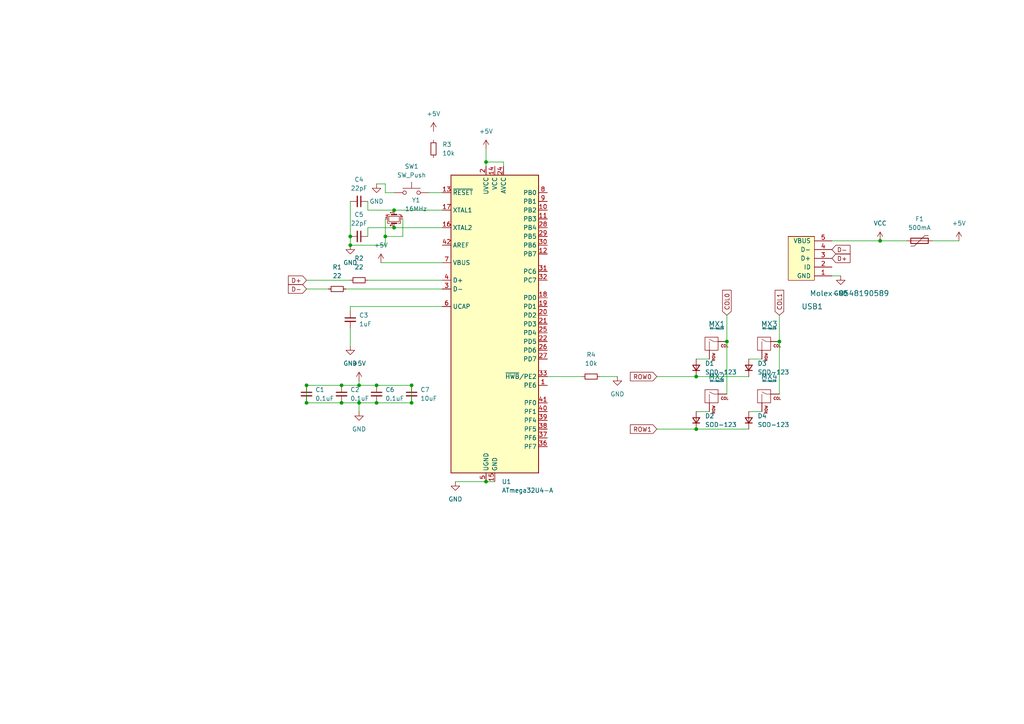
<source format=kicad_sch>
(kicad_sch (version 20211123) (generator eeschema)
  (paper "A4")
  (lib_symbols
    (symbol "Device:C_Small" (pin_numbers hide) (pin_names (offset 0.254) hide)
      (property "Reference" "C" (at 0.254 1.778 0))
      (property "Value" "C_Small" (at 0.254 -2.032 0))
      (symbol "C_Small_0_1"
        (polyline (pts (xy -1.524 -0.508) (xy 1.524 -0.508)) (stroke (width 0.3302)))
        (polyline (pts (xy -1.524 0.508) (xy 1.524 0.508)) (stroke (width 0.3048)))
      )
      (symbol "C_Small_1_1"
        (pin passive line (at 0 2.54 270) (length 2.032) (name "~") (number "1"))
        (pin passive line (at 0 -2.54 90) (length 2.032) (name "~") (number "2"))
      )
    )
    (symbol "Device:Crystal_GND24_Small" (pin_names (offset 1.016) hide)
      (property "Reference" "Y" (at 1.27 4.445 0))
      (property "Value" "Crystal_GND24_Small" (at 1.27 2.54 0))
      (symbol "Crystal_GND24_Small_0_1"
        (rectangle (start -0.762 -1.524) (end 0.762 1.524))
        (polyline (pts (xy -1.27 -0.762) (xy -1.27 0.762)) (stroke (width 0.381)))
        (polyline (pts (xy 1.27 -0.762) (xy 1.27 0.762)) (stroke (width 0.381)))
        (polyline (pts (xy -1.27 -1.27) (xy -1.27 -1.905) (xy 1.27 -1.905) (xy 1.27 -1.27)))
        (polyline (pts (xy -1.27 1.27) (xy -1.27 1.905) (xy 1.27 1.905) (xy 1.27 1.27)))
      )
      (symbol "Crystal_GND24_Small_1_1"
        (pin passive line (at -2.54 0 0) (length 1.27) (name "1") (number "1"))
        (pin passive line (at 0 -2.54 90) (length 0.635) (name "2") (number "2"))
        (pin passive line (at 2.54 0 180) (length 1.27) (name "3") (number "3"))
        (pin passive line (at 0 2.54 270) (length 0.635) (name "4") (number "4"))
      )
    )
    (symbol "Device:D_Small" (pin_numbers hide) (pin_names (offset 0.254) hide)
      (property "Reference" "D" (at -1.27 2.032 0))
      (property "Value" "D_Small" (at -3.81 -2.032 0))
      (symbol "D_Small_0_1"
        (polyline (pts (xy -0.762 -1.016) (xy -0.762 1.016)) (stroke (width 0.254)))
        (polyline (pts (xy -0.762 0) (xy 0.762 0)))
        (polyline (pts (xy 0.762 -1.016) (xy -0.762 0) (xy 0.762 1.016) (xy 0.762 -1.016)) (stroke (width 0.254)))
      )
      (symbol "D_Small_1_1"
        (pin passive line (at -2.54 0 0) (length 1.778) (name "K") (number "1"))
        (pin passive line (at 2.54 0 180) (length 1.778) (name "A") (number "2"))
      )
    )
    (symbol "Device:Polyfuse" (pin_numbers hide) (pin_names (offset 0))
      (property "Reference" "F" (at -2.54 0 90))
      (property "Value" "Polyfuse" (at 2.54 0 90))
      (symbol "Polyfuse_0_1"
        (rectangle (start -0.762 2.54) (end 0.762 -2.54) (stroke (width 0.254)))
        (polyline (pts (xy 0 2.54) (xy 0 -2.54)))
        (polyline (pts (xy -1.524 2.54) (xy -1.524 1.524) (xy 1.524 -1.524) (xy 1.524 -2.54)))
      )
      (symbol "Polyfuse_1_1"
        (pin passive line (at 0 3.81 270) (length 1.27) (name "~") (number "1"))
        (pin passive line (at 0 -3.81 90) (length 1.27) (name "~") (number "2"))
      )
    )
    (symbol "Device:R_Small" (pin_numbers hide) (pin_names (offset 0.254) hide)
      (property "Reference" "R" (at 0.762 0.508 0))
      (property "Value" "R_Small" (at 0.762 -1.016 0))
      (symbol "R_Small_0_1"
        (rectangle (start -0.762 1.778) (end 0.762 -1.778) (stroke (width 0.2032)))
      )
      (symbol "R_Small_1_1"
        (pin passive line (at 0 2.54 270) (length 0.762) (name "~") (number "1"))
        (pin passive line (at 0 -2.54 90) (length 0.762) (name "~") (number "2"))
      )
    )
    (symbol "MCU_Microchip_ATmega:ATmega32U4-A"
      (property "Reference" "U" (at -12.7 44.45 0))
      (property "Value" "ATmega32U4-A" (at 2.54 -44.45 0))
      (symbol "ATmega32U4-A_0_1"
        (rectangle (start -12.7 -43.18) (end 12.7 43.18) (stroke (width 0.254)) (fill (type background)))
      )
      (symbol "ATmega32U4-A_1_1"
        (pin bidirectional line (at 15.24 -17.78 180) (length 2.54) (name "PE6") (number "1"))
        (pin bidirectional line (at 15.24 33.02 180) (length 2.54) (name "PB2") (number "10"))
        (pin bidirectional line (at 15.24 30.48 180) (length 2.54) (name "PB3") (number "11"))
        (pin bidirectional line (at 15.24 20.32 180) (length 2.54) (name "PB7") (number "12"))
        (pin input line (at -15.24 38.1 0) (length 2.54) (name "~{RESET}") (number "13"))
        (pin power_in line (at 0 45.72 270) (length 2.54) (name "VCC") (number "14"))
        (pin power_in line (at 0 -45.72 90) (length 2.54) (name "GND") (number "15"))
        (pin output line (at -15.24 27.94 0) (length 2.54) (name "XTAL2") (number "16"))
        (pin input line (at -15.24 33.02 0) (length 2.54) (name "XTAL1") (number "17"))
        (pin bidirectional line (at 15.24 7.62 180) (length 2.54) (name "PD0") (number "18"))
        (pin bidirectional line (at 15.24 5.08 180) (length 2.54) (name "PD1") (number "19"))
        (pin power_in line (at -2.54 45.72 270) (length 2.54) (name "UVCC") (number "2"))
        (pin bidirectional line (at 15.24 2.54 180) (length 2.54) (name "PD2") (number "20"))
        (pin bidirectional line (at 15.24 0 180) (length 2.54) (name "PD3") (number "21"))
        (pin bidirectional line (at 15.24 -5.08 180) (length 2.54) (name "PD5") (number "22"))
        (pin passive line (at 0 -45.72 90) (length 2.54) hide (name "GND") (number "23"))
        (pin power_in line (at 2.54 45.72 270) (length 2.54) (name "AVCC") (number "24"))
        (pin bidirectional line (at 15.24 -2.54 180) (length 2.54) (name "PD4") (number "25"))
        (pin bidirectional line (at 15.24 -7.62 180) (length 2.54) (name "PD6") (number "26"))
        (pin bidirectional line (at 15.24 -10.16 180) (length 2.54) (name "PD7") (number "27"))
        (pin bidirectional line (at 15.24 27.94 180) (length 2.54) (name "PB4") (number "28"))
        (pin bidirectional line (at 15.24 25.4 180) (length 2.54) (name "PB5") (number "29"))
        (pin bidirectional line (at -15.24 10.16 0) (length 2.54) (name "D-") (number "3"))
        (pin bidirectional line (at 15.24 22.86 180) (length 2.54) (name "PB6") (number "30"))
        (pin bidirectional line (at 15.24 15.24 180) (length 2.54) (name "PC6") (number "31"))
        (pin bidirectional line (at 15.24 12.7 180) (length 2.54) (name "PC7") (number "32"))
        (pin bidirectional line (at 15.24 -15.24 180) (length 2.54) (name "~{HWB}/PE2") (number "33"))
        (pin passive line (at 0 45.72 270) (length 2.54) hide (name "VCC") (number "34"))
        (pin passive line (at 0 -45.72 90) (length 2.54) hide (name "GND") (number "35"))
        (pin bidirectional line (at 15.24 -35.56 180) (length 2.54) (name "PF7") (number "36"))
        (pin bidirectional line (at 15.24 -33.02 180) (length 2.54) (name "PF6") (number "37"))
        (pin bidirectional line (at 15.24 -30.48 180) (length 2.54) (name "PF5") (number "38"))
        (pin bidirectional line (at 15.24 -27.94 180) (length 2.54) (name "PF4") (number "39"))
        (pin bidirectional line (at -15.24 12.7 0) (length 2.54) (name "D+") (number "4"))
        (pin bidirectional line (at 15.24 -25.4 180) (length 2.54) (name "PF1") (number "40"))
        (pin bidirectional line (at 15.24 -22.86 180) (length 2.54) (name "PF0") (number "41"))
        (pin passive line (at -15.24 22.86 0) (length 2.54) (name "AREF") (number "42"))
        (pin passive line (at 0 -45.72 90) (length 2.54) hide (name "GND") (number "43"))
        (pin passive line (at 2.54 45.72 270) (length 2.54) hide (name "AVCC") (number "44"))
        (pin passive line (at -2.54 -45.72 90) (length 2.54) (name "UGND") (number "5"))
        (pin passive line (at -15.24 5.08 0) (length 2.54) (name "UCAP") (number "6"))
        (pin input line (at -15.24 17.78 0) (length 2.54) (name "VBUS") (number "7"))
        (pin bidirectional line (at 15.24 38.1 180) (length 2.54) (name "PB0") (number "8"))
        (pin bidirectional line (at 15.24 35.56 180) (length 2.54) (name "PB1") (number "9"))
      )
    )
    (symbol "MX_Alps_Hybrid:MX-NoLED" (pin_names (offset 1.016))
      (property "Reference" "MX" (at -0.635 3.81 0))
      (property "Value" "MX-NoLED" (at -0.635 1.27 0))
      (symbol "MX-NoLED_0_0"
        (rectangle (start -2.54 2.54) (end 1.27 -1.27))
        (polyline (pts (xy -1.27 -1.27) (xy -1.27 1.27)) (stroke (width 0.127)))
        (polyline (pts (xy 1.27 1.27) (xy 0 1.27) (xy -1.27 1.905)) (stroke (width 0.127)))
        (text "COL" (at 3.175 0 0) (effects (font (size 0.762 0.762))))
        (text "ROW" (at 0 -1.905 900) (effects (font (size 0.762 0.762)) (justify right)))
      )
      (symbol "MX-NoLED_1_1"
        (pin passive line (at 3.81 1.27 180) (length 2.54) (name "COL") (number "1"))
        (pin passive line (at -1.27 -3.81 90) (length 2.54) (name "ROW") (number "2"))
      )
    )
    (symbol "Switch:SW_Push" (pin_numbers hide) (pin_names (offset 1.016) hide)
      (property "Reference" "SW" (at 1.27 2.54 0))
      (property "Value" "SW_Push" (at 0 -1.524 0))
      (symbol "SW_Push_0_1"
        (circle (center -2.032 0) (radius 0.508))
        (polyline (pts (xy 0 1.27) (xy 0 3.048)))
        (polyline (pts (xy 2.54 1.27) (xy -2.54 1.27)))
        (circle (center 2.032 0) (radius 0.508))
        (pin passive line (at -5.08 0 0) (length 2.54) (name "1") (number "1"))
        (pin passive line (at 5.08 0 180) (length 2.54) (name "2") (number "2"))
      )
    )
    (symbol "power:+5V" (power) (pin_names (offset 0))
      (property "Value" "+5V" (at 0 3.556 0))
      (symbol "+5V_0_1"
        (polyline (pts (xy -0.762 1.27) (xy 0 2.54)))
        (polyline (pts (xy 0 0) (xy 0 2.54)))
        (polyline (pts (xy 0 2.54) (xy 0.762 1.27)))
      )
      (symbol "+5V_1_1"
        (pin power_in line (at 0 0 90) (length 0) hide (name "+5V") (number "1"))
      )
    )
    (symbol "power:GND" (power) (pin_names (offset 0))
      (property "Value" "GND" (at 0 -3.81 0))
      (symbol "GND_0_1"
        (polyline (pts (xy 0 0) (xy 0 -1.27) (xy 1.27 -1.27) (xy 0 -2.54) (xy -1.27 -1.27) (xy 0 -1.27)))
      )
      (symbol "GND_1_1"
        (pin power_in line (at 0 0 270) (length 0) hide (name "GND") (number "1"))
      )
    )
    (symbol "power:VCC" (power) (pin_names (offset 0))
      (property "Value" "VCC" (at 0 3.81 0))
      (symbol "VCC_0_1"
        (polyline (pts (xy -0.762 1.27) (xy 0 2.54)))
        (polyline (pts (xy 0 0) (xy 0 2.54)))
        (polyline (pts (xy 0 2.54) (xy 0.762 1.27)))
      )
      (symbol "VCC_1_1"
        (pin power_in line (at 0 0 90) (length 0) hide (name "VCC") (number "1"))
      )
    )
    (symbol "random-keyboard-parts:Molex-0548190589" (pin_names (offset 1.016))
      (property "Reference" "USB?" (at -13.97 -1.905 90))
      (property "Value" "Molex-0548190589" (at -10.16 -12.7 90))
      (symbol "Molex-0548190589_0_0"
        (rectangle (start -6.35 5.08) (end 6.35 -2.54) (fill (type background)))
        (polyline (pts (xy 6.35 -2.54) (xy 6.35 5.08)))
      )
      (symbol "Molex-0548190589_1_1"
        (pin input line (at -5.08 -7.62 90) (length 5.08) (name "GND") (number "1"))
        (pin input line (at -2.54 -7.62 90) (length 5.08) (name "ID") (number "2"))
        (pin input line (at 0 -7.62 90) (length 5.08) (name "D+") (number "3"))
        (pin input line (at 2.54 -7.62 90) (length 5.08) (name "D-") (number "4"))
        (pin input line (at 5.08 -7.62 90) (length 5.08) (name "VBUS") (number "5"))
      )
    )
  )
  (junction (at 88.9 116.84))
  (junction (at 101.6 71.12))
  (junction (at 88.9 111.76))
  (junction (at 99.06 111.76))
  (junction (at 104.14 116.84))
  (junction (at 201.93 124.46))
  (junction (at 226.06 99.06))
  (junction (at 210.82 99.06))
  (junction (at 119.38 116.84))
  (junction (at 101.6 68.58))
  (junction (at 114.3 66.04))
  (junction (at 114.3 60.96))
  (junction (at 99.06 116.84))
  (junction (at 140.97 46.99))
  (junction (at 111.76 68.58))
  (junction (at 201.93 109.22))
  (junction (at 140.97 139.7))
  (junction (at 255.27 69.85))
  (junction (at 119.38 111.76))
  (junction (at 104.14 111.76))
  (junction (at 109.22 116.84))
  (junction (at 109.22 111.76))
  (wire (pts (xy 114.3 55.88) (xy 111.76 55.88)))
  (wire (pts (xy 201.93 119.38) (xy 205.74 119.38)))
  (wire (pts (xy 88.9 116.84) (xy 99.06 116.84)))
  (wire (pts (xy 116.84 63.5) (xy 116.84 68.58)))
  (wire (pts (xy 106.68 58.42) (xy 106.68 60.96)))
  (wire (pts (xy 104.14 116.84) (xy 104.14 119.38)))
  (wire (pts (xy 111.76 68.58) (xy 116.84 68.58)))
  (wire (pts (xy 210.82 99.06) (xy 210.82 114.3)))
  (wire (pts (xy 190.5 109.22) (xy 201.93 109.22)))
  (wire (pts (xy 109.22 111.76) (xy 119.38 111.76)))
  (wire (pts (xy 173.99 109.22) (xy 179.07 109.22)))
  (wire (pts (xy 132.08 139.7) (xy 140.97 139.7)))
  (wire (pts (xy 106.68 68.58) (xy 106.68 66.04)))
  (wire (pts (xy 128.27 88.9) (xy 101.6 88.9)))
  (wire (pts (xy 88.9 83.82) (xy 95.25 83.82)))
  (wire (pts (xy 111.76 53.34) (xy 109.22 53.34)))
  (wire (pts (xy 226.06 99.06) (xy 226.06 114.3)))
  (wire (pts (xy 158.75 109.22) (xy 168.91 109.22)))
  (wire (pts (xy 88.9 111.76) (xy 88.9 116.84)))
  (wire (pts (xy 101.6 58.42) (xy 101.6 68.58)))
  (wire (pts (xy 201.93 104.14) (xy 205.74 104.14)))
  (wire (pts (xy 119.38 111.76) (xy 119.38 116.84)))
  (wire (pts (xy 241.3 80.01) (xy 243.84 80.01)))
  (wire (pts (xy 100.33 83.82) (xy 128.27 83.82)))
  (wire (pts (xy 146.05 48.26) (xy 146.05 46.99)))
  (wire (pts (xy 217.17 119.38) (xy 220.98 119.38)))
  (wire (pts (xy 190.5 124.46) (xy 201.93 124.46)))
  (wire (pts (xy 88.9 111.76) (xy 99.06 111.76)))
  (wire (pts (xy 140.97 139.7) (xy 143.51 139.7)))
  (wire (pts (xy 101.6 71.12) (xy 111.76 71.12)))
  (wire (pts (xy 270.51 69.85) (xy 278.13 69.85)))
  (wire (pts (xy 241.3 69.85) (xy 255.27 69.85)))
  (wire (pts (xy 140.97 43.18) (xy 140.97 46.99)))
  (wire (pts (xy 201.93 109.22) (xy 217.17 109.22)))
  (wire (pts (xy 255.27 69.85) (xy 262.89 69.85)))
  (wire (pts (xy 201.93 124.46) (xy 217.17 124.46)))
  (wire (pts (xy 109.22 116.84) (xy 119.38 116.84)))
  (wire (pts (xy 226.06 91.44) (xy 226.06 99.06)))
  (wire (pts (xy 104.14 111.76) (xy 109.22 111.76)))
  (wire (pts (xy 111.76 68.58) (xy 111.76 71.12)))
  (wire (pts (xy 101.6 88.9) (xy 101.6 90.17)))
  (wire (pts (xy 210.82 91.44) (xy 210.82 99.06)))
  (wire (pts (xy 111.76 55.88) (xy 111.76 53.34)))
  (wire (pts (xy 110.49 76.2) (xy 128.27 76.2)))
  (wire (pts (xy 111.76 63.5) (xy 111.76 68.58)))
  (wire (pts (xy 106.68 81.28) (xy 128.27 81.28)))
  (wire (pts (xy 217.17 104.14) (xy 220.98 104.14)))
  (wire (pts (xy 146.05 46.99) (xy 140.97 46.99)))
  (wire (pts (xy 114.3 60.96) (xy 128.27 60.96)))
  (wire (pts (xy 88.9 81.28) (xy 101.6 81.28)))
  (wire (pts (xy 114.3 66.04) (xy 128.27 66.04)))
  (wire (pts (xy 99.06 111.76) (xy 104.14 111.76)))
  (wire (pts (xy 104.14 110.49) (xy 104.14 111.76)))
  (wire (pts (xy 140.97 46.99) (xy 140.97 48.26)))
  (wire (pts (xy 101.6 68.58) (xy 101.6 71.12)))
  (wire (pts (xy 106.68 60.96) (xy 114.3 60.96)))
  (wire (pts (xy 104.14 116.84) (xy 109.22 116.84)))
  (wire (pts (xy 101.6 95.25) (xy 101.6 100.33)))
  (wire (pts (xy 124.46 55.88) (xy 128.27 55.88)))
  (wire (pts (xy 106.68 66.04) (xy 114.3 66.04)))
  (wire (pts (xy 99.06 116.84) (xy 104.14 116.84)))
  (global_label "COL0" (shape input) (at 210.82 91.44 90) (property "Intersheet References" "${INTERSHEET_REFS}" (effects hide)))
  (global_label "ROW1" (shape input) (at 190.5 124.46 180) (property "Intersheet References" "${INTERSHEET_REFS}" (effects hide)))
  (global_label "D-" (shape input) (at 241.3 72.39 0) (property "Intersheet References" "${INTERSHEET_REFS}" (effects hide)))
  (global_label "ROW0" (shape input) (at 190.5 109.22 180) (property "Intersheet References" "${INTERSHEET_REFS}" (effects hide)))
  (global_label "D-" (shape input) (at 88.9 83.82 180) (property "Intersheet References" "${INTERSHEET_REFS}" (effects hide)))
  (global_label "D+" (shape input) (at 241.3 74.93 0) (property "Intersheet References" "${INTERSHEET_REFS}" (effects hide)))
  (global_label "D+" (shape input) (at 88.9 81.28 180) (property "Intersheet References" "${INTERSHEET_REFS}" (effects hide)))
  (global_label "COL1" (shape input) (at 226.06 91.44 90) (property "Intersheet References" "${INTERSHEET_REFS}" (effects hide)))
  (symbol (lib_id "Device:C_Small") (at 99.06 114.3 0) (unit 1)
    (property "Reference" "C2" (at 101.6 113.0362 0) (effects (justify left)))
    (property "Value" "0.1uF" (at 101.6 115.5762 0) (effects (justify left)))
    (property "Footprint" "Package_QFP:TQFP-44_10x10mm_P0.8mm" (effects hide))
  )
  (symbol (lib_id "Device:C_Small") (at 101.6 92.71 0) (unit 1)
    (property "Reference" "C3" (at 104.14 91.4462 0) (effects (justify left)))
    (property "Value" "1uF" (at 104.14 93.9862 0) (effects (justify left)))
    (property "Footprint" "Package_QFP:TQFP-44_10x10mm_P0.8mm" (effects hide))
  )
  (symbol (lib_id "MX_Alps_Hybrid:MX-NoLED") (at 222.25 115.57 0) (unit 1)
    (property "Reference" "MX4" (at 223.1356 109.22 0) (effects (font (size 1.524 1.524))))
    (property "Value" "MX-NoLED" (at 223.1356 110.49 0) (effects (font (size 0.508 0.508))))
    (property "Footprint" "Package_QFP:TQFP-44_10x10mm_P0.8mm" (effects hide))
  )
  (symbol (lib_id "MX_Alps_Hybrid:MX-NoLED") (at 207.01 115.57 0) (unit 1)
    (property "Reference" "MX2" (at 207.8956 109.22 0) (effects (font (size 1.524 1.524))))
    (property "Value" "MX-NoLED" (at 207.8956 110.49 0) (effects (font (size 0.508 0.508))))
    (property "Footprint" "Package_QFP:TQFP-44_10x10mm_P0.8mm" (effects hide))
  )
  (symbol (lib_id "power:GND") (at 132.08 139.7 0) (unit 1)
    (property "Reference" "#PWR0104" (effects hide))
    (property "Value" "GND" (at 132.08 144.78 0))
  )
  (symbol (lib_id "Device:Polyfuse") (at 266.7 69.85 270) (unit 1)
    (property "Reference" "F1" (at 266.7 63.5 90))
    (property "Value" "500mA" (at 266.7 66.04 90))
    (property "Footprint" "Package_QFP:TQFP-44_10x10mm_P0.8mm" (effects hide))
  )
  (symbol (lib_id "power:+5V") (at 278.13 69.85 0) (unit 1)
    (property "Reference" "#PWR0112" (effects hide))
    (property "Value" "+5V" (at 278.13 64.77 0))
  )
  (symbol (lib_id "Device:R_Small") (at 97.79 83.82 90) (unit 1)
    (property "Reference" "R1" (at 97.79 77.47 90))
    (property "Value" "22" (at 97.79 80.01 90))
    (property "Footprint" "Package_QFP:TQFP-44_10x10mm_P0.8mm" (effects hide))
  )
  (symbol (lib_id "random-keyboard-parts:Molex-0548190589") (at 233.68 74.93 90) (unit 1)
    (property "Reference" "USB1" (at 235.585 88.9 90) (effects (font (size 1.524 1.524))))
    (property "Value" "Molex-0548190589" (at 246.38 85.09 90) (effects (font (size 1.524 1.524))))
    (property "Footprint" "Package_QFP:TQFP-44_10x10mm_P0.8mm" (effects hide))
  )
  (symbol (lib_id "power:+5V") (at 110.49 76.2 0) (unit 1)
    (property "Reference" "#PWR0106" (effects hide))
    (property "Value" "+5V" (at 110.49 71.12 0))
  )
  (symbol (lib_id "power:GND") (at 104.14 119.38 0) (unit 1)
    (property "Reference" "#PWR0103" (effects hide))
    (property "Value" "GND" (at 104.14 124.46 0))
  )
  (symbol (lib_id "power:GND") (at 101.6 100.33 0) (unit 1)
    (property "Reference" "#PWR0101" (effects hide))
    (property "Value" "GND" (at 101.6 105.41 0))
  )
  (symbol (lib_id "power:GND") (at 101.6 71.12 0) (unit 1)
    (property "Reference" "#PWR0107" (effects hide))
    (property "Value" "GND" (at 101.6 76.2 0))
  )
  (symbol (lib_id "Device:R_Small") (at 125.73 43.18 0) (unit 1)
    (property "Reference" "R3" (at 128.27 41.9099 0) (effects (justify left)))
    (property "Value" "10k" (at 128.27 44.4499 0) (effects (justify left)))
    (property "Footprint" "Package_QFP:TQFP-44_10x10mm_P0.8mm" (effects hide))
  )
  (symbol (lib_id "power:GND") (at 243.84 80.01 0) (unit 1)
    (property "Reference" "#PWR0111" (effects hide))
    (property "Value" "GND" (at 243.84 85.09 0))
  )
  (symbol (lib_id "Device:Crystal_GND24_Small") (at 114.3 63.5 270) (unit 1)
    (property "Reference" "Y1" (at 120.65 58.0388 90))
    (property "Value" "16MHz" (at 120.65 60.5788 90))
    (property "Footprint" "Package_QFP:TQFP-44_10x10mm_P0.8mm" (effects hide))
  )
  (symbol (lib_id "Device:C_Small") (at 109.22 114.3 0) (unit 1)
    (property "Reference" "C6" (at 111.76 113.0362 0) (effects (justify left)))
    (property "Value" "0.1uF" (at 111.76 115.5762 0) (effects (justify left)))
    (property "Footprint" "Package_QFP:TQFP-44_10x10mm_P0.8mm" (effects hide))
  )
  (symbol (lib_id "power:+5V") (at 125.73 38.1 0) (unit 1)
    (property "Reference" "#PWR0110" (effects hide))
    (property "Value" "+5V" (at 125.73 33.02 0))
  )
  (symbol (lib_id "Device:D_Small") (at 217.17 121.92 90) (unit 1)
    (property "Reference" "D4" (at 219.71 120.6499 90) (effects (justify right)))
    (property "Value" "SOD-123" (at 219.71 123.1899 90) (effects (justify right)))
    (property "Footprint" "Package_QFP:TQFP-44_10x10mm_P0.8mm" (effects hide))
  )
  (symbol (lib_id "MCU_Microchip_ATmega:ATmega32U4-A") (at 143.51 93.98 0) (unit 1)
    (property "Reference" "U1" (at 145.5294 139.7 0) (effects (justify left)))
    (property "Value" "ATmega32U4-A" (at 145.5294 142.24 0) (effects (justify left)))
    (property "Footprint" "Package_QFP:TQFP-44_10x10mm_P0.8mm" (effects hide))
    (property "Datasheet" "http://ww1.microchip.com/downloads/en/DeviceDoc/Atmel-7766-8-bit-AVR-ATmega16U4-32U4_Datasheet.pdf" (effects hide))
  )
  (symbol (lib_id "Device:C_Small") (at 104.14 58.42 270) (unit 1)
    (property "Reference" "C4" (at 104.1336 52.07 90))
    (property "Value" "22pF" (at 104.1336 54.61 90))
    (property "Footprint" "Package_QFP:TQFP-44_10x10mm_P0.8mm" (effects hide))
  )
  (symbol (lib_id "MX_Alps_Hybrid:MX-NoLED") (at 207.01 100.33 0) (unit 1)
    (property "Reference" "MX1" (at 207.8956 93.98 0) (effects (font (size 1.524 1.524))))
    (property "Value" "MX-NoLED" (at 207.8956 95.25 0) (effects (font (size 0.508 0.508))))
    (property "Footprint" "Package_QFP:TQFP-44_10x10mm_P0.8mm" (effects hide))
  )
  (symbol (lib_id "power:GND") (at 179.07 109.22 0) (unit 1)
    (property "Reference" "#PWR0105" (effects hide))
    (property "Value" "GND" (at 179.07 114.3 0))
  )
  (symbol (lib_id "Device:R_Small") (at 104.14 81.28 90) (unit 1)
    (property "Reference" "R2" (at 104.14 74.93 90))
    (property "Value" "22" (at 104.14 77.47 90))
    (property "Footprint" "Package_QFP:TQFP-44_10x10mm_P0.8mm" (effects hide))
  )
  (symbol (lib_id "Device:D_Small") (at 217.17 106.68 90) (unit 1)
    (property "Reference" "D3" (at 219.71 105.4099 90) (effects (justify right)))
    (property "Value" "SOD-123" (at 219.71 107.9499 90) (effects (justify right)))
    (property "Footprint" "Package_QFP:TQFP-44_10x10mm_P0.8mm" (effects hide))
  )
  (symbol (lib_id "Device:C_Small") (at 119.38 114.3 0) (unit 1)
    (property "Reference" "C7" (at 121.92 113.0362 0) (effects (justify left)))
    (property "Value" "10uF" (at 121.92 115.5762 0) (effects (justify left)))
    (property "Footprint" "Package_QFP:TQFP-44_10x10mm_P0.8mm" (effects hide))
  )
  (symbol (lib_id "power:VCC") (at 255.27 69.85 0) (unit 1)
    (property "Reference" "#PWR0113" (effects hide))
    (property "Value" "VCC" (at 255.27 64.77 0))
  )
  (symbol (lib_id "power:+5V") (at 140.97 43.18 0) (unit 1)
    (property "Reference" "#PWR0109" (effects hide))
    (property "Value" "+5V" (at 140.97 38.1 0))
  )
  (symbol (lib_id "power:+5V") (at 104.14 110.49 0) (unit 1)
    (property "Reference" "#PWR0102" (effects hide))
    (property "Value" "+5V" (at 104.14 105.41 0))
  )
  (symbol (lib_id "MX_Alps_Hybrid:MX-NoLED") (at 222.25 100.33 0) (unit 1)
    (property "Reference" "MX3" (at 223.1356 93.98 0) (effects (font (size 1.524 1.524))))
    (property "Value" "MX-NoLED" (at 223.1356 95.25 0) (effects (font (size 0.508 0.508))))
    (property "Footprint" "Package_QFP:TQFP-44_10x10mm_P0.8mm" (effects hide))
  )
  (symbol (lib_id "Device:C_Small") (at 88.9 114.3 0) (unit 1)
    (property "Reference" "C1" (at 91.44 113.0362 0) (effects (justify left)))
    (property "Value" "0.1uF" (at 91.44 115.5762 0) (effects (justify left)))
    (property "Footprint" "Package_QFP:TQFP-44_10x10mm_P0.8mm" (effects hide))
  )
  (symbol (lib_id "Device:C_Small") (at 104.14 68.58 270) (unit 1)
    (property "Reference" "C5" (at 104.1336 62.23 90))
    (property "Value" "22pF" (at 104.1336 64.77 90))
    (property "Footprint" "Package_QFP:TQFP-44_10x10mm_P0.8mm" (effects hide))
  )
  (symbol (lib_id "Device:D_Small") (at 201.93 106.68 90) (unit 1)
    (property "Reference" "D1" (at 204.47 105.4099 90) (effects (justify right)))
    (property "Value" "SOD-123" (at 204.47 107.9499 90) (effects (justify right)))
    (property "Footprint" "Package_QFP:TQFP-44_10x10mm_P0.8mm" (effects hide))
  )
  (symbol (lib_id "Device:D_Small") (at 201.93 121.92 90) (unit 1)
    (property "Reference" "D2" (at 204.47 120.6499 90) (effects (justify right)))
    (property "Value" "SOD-123" (at 204.47 123.1899 90) (effects (justify right)))
    (property "Footprint" "Package_QFP:TQFP-44_10x10mm_P0.8mm" (effects hide))
  )
  (symbol (lib_id "Switch:SW_Push") (at 119.38 55.88 0) (unit 1)
    (property "Reference" "SW1" (at 119.38 48.26 0))
    (property "Value" "SW_Push" (at 119.38 50.8 0))
    (property "Footprint" "Package_QFP:TQFP-44_10x10mm_P0.8mm" (effects hide))
  )
  (symbol (lib_id "Device:R_Small") (at 171.45 109.22 90) (unit 1)
    (property "Reference" "R4" (at 171.45 102.87 90))
    (property "Value" "10k" (at 171.45 105.41 90))
    (property "Footprint" "Package_QFP:TQFP-44_10x10mm_P0.8mm" (effects hide))
  )
  (symbol (lib_id "power:GND") (at 109.22 53.34 0) (unit 1)
    (property "Reference" "#PWR0108" (effects hide))
    (property "Value" "GND" (at 109.22 58.42 0))
  )
)
</source>
